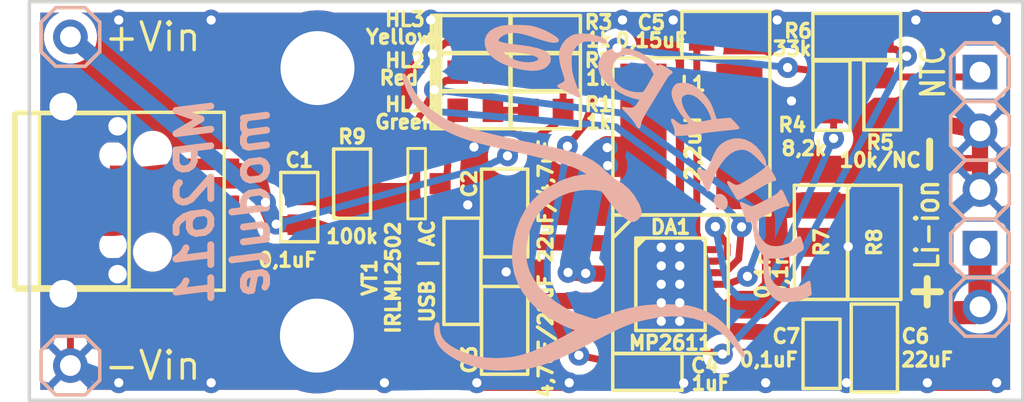
<source format=kicad_pcb>
(kicad_pcb (version 20221018) (generator pcbnew)
  (layers (0 "F.Cu" signal) (31 "B.Cu" signal) (36 "B.SilkS" user "B.Silkscreen") (37 "F.SilkS" user "F.Silkscreen") (38 "B.Mask" user) (39 "F.Mask" user) (44 "Edge.Cuts" user))
  (net 0 "")
  (net 1 "GND")
  (net 2 "Net-(XS1-Pad2)")
  (net 3 "Net-(XS1-Pad3)")
  (net 4 "Net-(XS1-Pad4)")
  (net 5 "/USB_VCC")
  (net 6 "/Vfef")
  (net 7 "Net-(C5-Pad1)")
  (net 8 "/STAT1")
  (net 9 "/STAT2")
  (net 10 "/NTC")
  (net 11 "Net-(DA1-Pad7)")
  (net 12 "Net-(XS2-Pad2)")
  (net 13 "Net-(XS2-Pad3)")
  (net 14 "Net-(XS2-Pad4)")
  (net 15 "/ACin")
  (net 16 "/USBin")
  (net 17 "/LX2")
  (net 18 "/LX1")
  (net 19 "/Batt")
  (net 20 "Net-(HL1-PadC)")
  (net 21 "Net-(HL2-PadA)")
  (net 22 "Net-(HL1-PadA)")
  (net 23 "Net-(HL3-PadA)")
  (footprint "Connectors:USB-mini_B" (layer "F.Cu") (at 92.964 59.944)
    (fp_text reference "XS1" hide)
    (fp_text value "mini-USB" hide)
  )
  (footprint "Connectors:USB-micro_B+Hole" (layer "F.Cu") (at 89.1 59.9)
    (fp_text reference "XS2" hide)
    (fp_text value "mcro-USB" hide)
  )
  (footprint "Capacitors:CAP0603" (layer "F.Cu") (at 99.314 60.198 90)
    (fp_text reference "C1")
    (fp_text value "0,1uF")
  )
  (footprint "Capacitors:CAP0805" (layer "F.Cu") (at 108.204 65.532 -90)
    (fp_text reference "C3")
    (fp_text value "4,7uF/22uF")
  )
  (footprint "Capacitors:CAP0805" (layer "F.Cu") (at 117.778 52.7257)
    (fp_text reference "C5")
    (fp_text value "0,15uF")
  )
  (footprint "Capacitors:CAP0805" (layer "F.Cu") (at 124.206 66.294 -90)
    (fp_text reference "C6")
    (fp_text value "22uF")
  )
  (footprint "Capacitors:CAP0603" (layer "F.Cu") (at 121.92 66.548 -90)
    (fp_text reference "C7")
    (fp_text value "0,1uF")
  )
  (footprint "LEDs:LED0603" (layer "F.Cu") (at 106.934 54.356 180)
    (fp_text reference "HL2")
    (fp_text value "Red")
  )
  (footprint "Resistors:RES0603" (layer "F.Cu") (at 109.982 54.356 180)
    (fp_text reference "R2")
    (fp_text value "1k")
  )
  (footprint "Resistors:RES0603" (layer "F.Cu") (at 109.982 52.705 180)
    (fp_text reference "R3")
    (fp_text value "1k")
  )
  (footprint "Resistors:RES0805" (layer "F.Cu") (at 123.444 52.8133 180)
    (fp_text reference "R6")
    (fp_text value "33k")
  )
  (footprint "Resistors:RES1206" (layer "F.Cu") (at 121.891 61.722 -90)
    (fp_text reference "R7")
    (fp_text value "0,1r")
  )
  (footprint "Connectors:PLS-1Rnd" (layer "F.Cu") (at 89.408 52.832)
    (fp_text reference "XP1" hide)
    (fp_text value "+Vin")
  )
  (footprint "Connectors:PLS-1Rnd" (layer "F.Cu") (at 89.408 67.056)
    (fp_text reference "XP2" hide)
    (fp_text value "-Vin")
  )
  (footprint "Resistors:RES1206" (layer "F.Cu") (at 124.206 61.722 -90)
    (fp_text reference "R8")
    (fp_text value "0,1r")
  )
  (footprint "LEDs:LED0603" (layer "F.Cu") (at 106.934 52.705 180)
    (fp_text reference "HL3")
    (fp_text value "Yellow")
  )
  (footprint "Resistors:RES0603" (layer "F.Cu") (at 124.552 55.359 90)
    (fp_text reference "R5")
    (fp_text value "10k/NC")
  )
  (footprint "Resistors:RES0603" (layer "F.Cu") (at 122.35 55.372 -90)
    (fp_text reference "R4")
    (fp_text value "8,2k")
  )
  (footprint "Capacitors:CAP0603" (layer "F.Cu") (at 114.3812 67.3299)
    (fp_text reference "C4")
    (fp_text value "1uF")
  )
  (footprint "LEDs:LED0603" (layer "F.Cu") (at 106.934 56.007 180)
    (fp_text reference "HL1")
    (fp_text value "Green")
  )
  (footprint "Resistors:RES0603" (layer "F.Cu") (at 109.982 56.007)
    (fp_text reference "R1")
    (fp_text value "1k")
  )
  (footprint "PCB_details:FuseSolder_x2_0603" (layer "F.Cu") (at 106.374 62.9748 -90)
    (fp_text reference "fuse1" hide)
    (fp_text value "USB | AC")
  )
  (footprint "Resistors:RES0603" (layer "F.Cu") (at 101.6 59.182 -90)
    (fp_text reference "R9")
    (fp_text value "100k")
  )
  (footprint "SOT:SOT23-3" (layer "F.Cu") (at 104.394 59.182 90)
    (fp_text reference "VT1")
    (fp_text value "IRLML2502")
  )
  (footprint "Connectors:PLS-2" (layer "F.Cu") (at 128.778 54.356 -90)
    (fp_text reference "XP3" hide)
    (fp_text value "NTC")
  )
  (footprint "Connectors:PLS-2" (layer "F.Cu") (at 128.778 61.976 90)
    (fp_text reference "GB1" hide)
    (fp_text value "Li-ion")
  )
  (footprint "Connectors:PLS-1Rnd" (layer "F.Cu") (at 128.778 64.516)
    (fp_text reference "XP4" hide)
    (fp_text value "Load" hide)
  )
  (footprint "PCB_details:Hole_for_M3_small" (layer "F.Cu") (at 100.076 65.7599)
    (fp_text reference "HOLE1" hide)
    (fp_text value "HOLE_METALLED" hide)
  )
  (footprint "PCB_details:Hole_for_M3_small" (layer "F.Cu") (at 100.102 54.1804)
    (fp_text reference "HOLE2" hide)
    (fp_text value "HOLE_METALLED" hide)
  )
  (footprint "Inductors:5D28" (layer "F.Cu") (at 116.2863 57.1378)
    (fp_text reference "L1")
    (fp_text value "2,2uH")
  )
  (footprint "QFN,_DFN,_LGA:DFN14_3x4" (layer "F.Cu") (at 115.3821 63.5381)
    (fp_text reference "DA1")
    (fp_text value "MP2611")
  )
  (footprint "Capacitors:CAP0805" (layer "F.Cu") (at 108.204 60.452 90)
    (fp_text reference "C2")
    (fp_text value "22uF/4,7uF")
  )
  (footprint "Graphics:Eldalim_17x15" (layer "B.Cu") (at 112.63 59.808)
    (fp_text reference "Label1" hide)
    (fp_text value "Eldalim" hide)
  )
  (gr_line (start 130.63 68.558) (end 87.63 68.558) (stroke (width 0.15)) (layer "Edge.Cuts"))
  (gr_line (start 130.63 68.558) (end 130.63 51.308) (stroke (width 0.15)) (layer "Edge.Cuts"))
  (gr_line (start 87.63 68.558) (end 87.63 51.308) (stroke (width 0.15)) (layer "Edge.Cuts"))
  (gr_line (start 87.63 51.308) (end 130.63 51.308) (stroke (width 0.15)) (layer "Edge.Cuts"))
  (gr_text "MP2611\nmodule" (at 96.012 59.944 90) (layer "B.SilkS") (effects (font (size 1.5 1.5) (thickness 0.3) italic) (justify mirror)))
  (gr_text "-" (at 126.492 57.912 90) (layer "F.SilkS") (effects (font (size 1.5 1.5) (thickness 0.3))))
  (gr_text "+" (at 126.492 63.754) (layer "F.SilkS") (effects (font (size 1.5 1.5) (thickness 0.3))))
  (segment (start 89.154 57.694) (end 89.154 57.544) (width 0.3) (layer "F.Cu") (net 1))
  (segment (start 99.7583 53.8121) (end 96.7761 54.644) (width 0.3) (layer "F.Cu") (net 1))
  (segment (start 96.7761 65.244) (end 96.714 65.244) (width 0.3) (layer "F.Cu") (net 1))
  (segment (start 99.7784 66.0811) (end 99.7531 66.1065) (width 0.7) (layer "F.Cu") (net 1))
  (segment (start 94.364 56.119) (end 95.464 55.494) (width 0.3) (layer "F.Cu") (net 1))
  (segment (start 89.408 67.056) (end 89.408 65.394) (width 0.3) (layer "F.Cu") (net 1))
  (segment (start 119.378 52.8093) (end 119.785 52.8093) (width 0.7) (layer "F.Cu") (net 1))
  (segment (start 107.504 66.382) (end 107.359 66.382) (width 0.7) (layer "F.Cu") (net 1))
  (segment (start 99.7784 66.0811) (end 99.7077 66.0332) (width 0.3) (layer "F.Cu") (net 1))
  (segment (start 99.9661 66.1125) (end 99.7784 66.0811) (width 0.7) (layer "F.Cu") (net 1))
  (segment (start 99.7077 66.0332) (end 99.6459 65.9712) (width 0.3) (layer "F.Cu") (net 1))
  (segment (start 115.7684 64.0442) (end 115.7821 63.5381) (width 0.3) (layer "F.Cu") (net 1))
  (segment (start 89.408 65.244) (end 89.964 64.394) (width 0.3) (layer "F.Cu") (net 1))
  (segment (start 89.154 60.594) (end 89.154 60.444) (width 0.3) (layer "F.Cu") (net 1))
  (segment (start 116.9821 64.0381) (end 115.7684 64.0442) (width 0.3) (layer "F.Cu") (net 1))
  (segment (start 122.8977 58.324) (end 121.9863 58.324) (width 0.7) (layer "F.Cu") (net 1))
  (segment (start 125.052 56.209) (end 125.197 56.209) (width 0.7) (layer "F.Cu") (net 1))
  (segment (start 92.054 63.769) (end 91.504 63.144) (width 0.3) (layer "F.Cu") (net 1))
  (segment (start 99.9661 66.1125) (end 103 67.8) (width 0.7) (layer "F.Cu") (net 1))
  (segment (start 102.9208 60.0015) (end 103.0708 60.0015) (width 0.3) (layer "F.Cu") (net 1))
  (segment (start 100.0967 53.7033) (end 100 53.8) (width 0.7) (layer "F.Cu") (net 1))
  (segment (start 121.92 67.31) (end 122.078 67.25) (width 0.7) (layer "F.Cu") (net 1))
  (segment (start 99.9389 54.248) (end 99.9389 54.1128) (width 0.3) (layer "F.Cu") (net 1))
  (segment (start 114.9821 64.3381) (end 114.9624 64.242) (width 0.3) (layer "F.Cu") (net 1))
  (segment (start 122.194 52.8093) (end 122.394 52.8133) (width 0.7) (layer "F.Cu") (net 1))
  (segment (start 101.25 59.684) (end 101.6 59.932) (width 0.3) (layer "F.Cu") (net 1))
  (segment (start 94.214 56.119) (end 94.364 56.119) (width 0.3) (layer "F.Cu") (net 1))
  (segment (start 107.654 58.7899) (end 106.876 57.5959) (width 0.3) (layer "F.Cu") (net 1))
  (segment (start 99.8337 53.8019) (end 99.7886 53.8121) (width 0.3) (layer "F.Cu") (net 1))
  (segment (start 124.056 67.344) (end 124.206 67.344) (width 0.7) (layer "F.Cu") (net 1))
  (segment (start 99.6439 66.2705) (end 95.5 67.8) (width 0.7) (layer "F.Cu") (net 1))
  (segment (start 89.154 59.294) (end 89.154 58.494) (width 0.3) (layer "F.Cu") (net 1))
  (segment (start 119.785 52.8093) (end 121.844 52.8093) (width 0.7) (layer "F.Cu") (net 1))
  (segment (start 100 53.8) (end 99.8646 53.7286) (width 0.7) (layer "F.Cu") (net 1))
  (segment (start 114.8689 62.7461) (end 114.9821 62.7381) (width 0.3) (layer "F.Cu") (net 1))
  (segment (start 89.154 58.494) (end 89.154 57.694) (width 0.3) (layer "F.Cu") (net 1))
  (segment (start 119.028 52.8093) (end 119.378 52.8093) (width 0.7) (layer "F.Cu") (net 1))
  (segment (start 95.464 63.394) (end 95.464 61.794) (width 0.3) (layer "F.Cu") (net 1))
  (segment (start 100.0344 54.0173) (end 100.176 53.8947) (width 0.3) (layer "F.Cu") (net 1))
  (segment (start 95.464 55.494) (end 95.714 55.494) (width 0.3) (layer "F.Cu") (net 1))
  (segment (start 101.6 59.932) (end 101.95 60.0015) (width 0.3) (layer "F.Cu") (net 1))
  (segment (start 115.1432 67.3299) (end 115.2377 67.4879) (width 0.7) (layer "F.Cu") (net 1))
  (segment (start 89.154 56.694) (end 89.154 55.894) (width 0.3) (layer "F.Cu") (net 1))
  (segment (start 123.506 67.25) (end 122.999 67.25) (width 0.7) (layer "F.Cu") (net 1))
  (segment (start 99.672 59.684) (end 99.822 59.684) (width 0.3) (layer "F.Cu") (net 1))
  (segment (start 99.5327 65.8904) (end 99.5327 65.9798) (width 0.3) (layer "F.Cu") (net 1))
  (segment (start 94.214 63.769) (end 92.204 63.769) (width 0.3) (layer "F.Cu") (net 1))
  (segment (start 99.8133 53.8717) (end 99.9389 54.248) (width 0.3) (layer "F.Cu") (net 1))
  (segment (start 89.154 59.444) (end 89.154 59.294) (width 0.3) (layer "F.Cu") (net 1))
  (segment (start 115.5877 67.4879) (end 115.7327 67.4879) (width 0.7) (layer "F.Cu") (net 1))
  (segment (start 89.154 61.394) (end 89.954 61.294) (width 0.3) (layer "F.Cu") (net 1))
  (segment (start 99.7793 53.7221) (end 99.8733 53.6452) (width 0.3) (layer "F.Cu") (net 1))
  (segment (start 92.204 56.119) (end 94.214 56.119) (width 0.3) (layer "F.Cu") (net 1))
  (segment (start 91.319 61.294) (end 91.844 61.244) (width 0.3) (layer "F.Cu") (net 1))
  (segment (start 121.844 52.8093) (end 122.194 52.8093) (width 0.7) (layer "F.Cu") (net 1))
  (segment (start 99.5327 65.8904) (end 96.7761 65.244) (width 0.3) (layer "F.Cu") (net 1))
  (segment (start 99.7302 66.1842) (end 99.6439 66.2705) (width 0.7) (layer "F.Cu") (net 1))
  (segment (start 92.054 56.119) (end 92.204 56.119) (width 0.3) (layer "F.Cu") (net 1))
  (segment (start 114.9624 64.242) (end 114.9447 64.0176) (width 0.3) (layer "F.Cu") (net 1))
  (segment (start 89.154 56.844) (end 89.154 56.694) (width 0.3) (layer "F.Cu") (net 1))
  (segment (start 121.9863 58.324) (end 121.3419 57.6796) (width 0.7) (layer "F.Cu") (net 1))
  (segment (start 89.154 63.994) (end 89.154 63.194) (width 0.3) (layer "F.Cu") (net 1))
  (segment (start 89.154 62.344) (end 89.154 62.194) (width 0.3) (layer "F.Cu") (net 1))
  (segment (start 107.654 59.002) (end 107.654 58.852) (width 0.3) (layer "F.Cu") (net 1))
  (segment (start 99.7531 66.1065) (end 99.7302 66.1842) (width 0.7) (layer "F.Cu") (net 1))
  (segment (start 107.854 66.382) (end 107.504 66.382) (width 0.7) (layer "F.Cu") (net 1))
  (segment (start 108.204 66.582) (end 107.854 66.382) (width 0.7) (layer "F.Cu") (net 1))
  (segment (start 122.428 67.25) (end 122.999 67.25) (width 0.7) (layer "F.Cu") (net 1))
  (segment (start 89.154 60.444) (end 89.154 59.444) (width 0.3) (layer "F.Cu") (net 1))
  (segment (start 95.464 64.394) (end 95.464 63.544) (width 0.3) (layer "F.Cu") (net 1))
  (segment (start 107 67.8) (end 111 67.8) (width 0.7) (layer "F.Cu") (net 1))
  (segment (start 89.154 63.044) (end 89.154 62.344) (width 0.3) (layer "F.Cu") (net 1))
  (segment (start 119.785 52.8093) (end 120 52.1) (width 0.7) (layer "F.Cu") (net 1))
  (segment (start 96.564 65.244) (end 95.464 64.394) (width 0.3) (layer "F.Cu") (net 1))
  (segment (start 99.7793 53.7221) (end 95.5 52.1) (width 0.7) (layer "F.Cu") (net 1))
  (segment (start 101.95 60.0015) (end 102.1 60.0015) (width 0.3) (layer "F.Cu") (net 1))
  (segment (start 128.3058 58.2961) (end 122.8977 58.324) (width 0.7) (layer "F.Cu") (net 1))
  (segment (start 115.7327 67.4879) (end 115.9377 67.6929) (width 0.7) (layer "F.Cu") (net 1))
  (segment (start 128.778 56.896) (end 128.778 58.2961) (width 0.7) (layer "F.Cu") (net 1))
  (segment (start 108.204 59.402) (end 107.654 59.002) (width 0.3) (layer "F.Cu") (net 1))
  (segment (start 89.408 65.394) (end 89.408 65.244) (width 0.3) (layer "F.Cu") (net 1))
  (segment (start 99.314 59.436) (end 99.672 59.1415) (width 0.3) (layer "F.Cu") (net 1))
  (segment (start 126.5 67.8) (end 129.5 67.8) (width 0.7) (layer "F.Cu") (net 1))
  (segment (start 96.714 65.244) (end 96.564 65.244) (width 0.3) (layer "F.Cu") (net 1))
  (segment (start 89.154 62.194) (end 89.154 61.394) (width 0.3) (layer "F.Cu") (net 1))
  (segment (start 107.654 58.852) (end 107.654 58.7899) (width 0.3) (layer "F.Cu") (net 1))
  (segment (start 95.464 61.794) (end 95.464 61.644) (width 0.3) (layer "F.Cu") (net 1))
  (segment (start 92.204 63.769) (end 92.054 63.769) (width 0.3) (layer "F.Cu") (net 1))
  (segment (start 99.822 59.684) (end 101.1 59.684) (width 0.3) (layer "F.Cu") (net 1))
  (segment (start 123.856 67.25) (end 123.506 67.25) (width 0.7) (layer "F.Cu") (net 1))
  (segment (start 128.778 59.436) (end 128.778 58.2961) (width 0.7) (layer "F.Cu") (net 1))
  (segment (start 99.6459 65.9712) (end 99.5327 65.8904) (width 0.3) (layer "F.Cu") (net 1))
  (segment (start 99.9389 54.1128) (end 100.0344 54.0173) (width 0.3) (layer "F.Cu") (net 1))
  (segment (start 114.989 62.5208) (end 113.7821 62.5381) (width 0.3) (layer "F.Cu") (net 1))
  (segment (start 99.5327 65.8904) (end 99.7707 65.8812) (width 0.3) (layer "F.Cu") (net 1))
  (segment (start 122.078 67.25) (end 122.428 67.25) (width 0.7) (layer "F.Cu") (net 1))
  (segment (start 99.7886 53.8121) (end 99.8554 53.8543) (width 0.3) (layer "F.Cu") (net 1))
  (segment (start 95.464 63.544) (end 95.464 63.394) (width 0.3) (layer "F.Cu") (net 1))
  (segment (start 107.359 66.382) (end 99.9661 66.1125) (width 0.7) (layer "F.Cu") (net 1))
  (segment (start 89.154 61.394) (end 89.154 60.594) (width 0.3) (layer "F.Cu") (net 1))
  (segment (start 99.895 53.8019) (end 99.8337 53.8019) (width 0.3) (layer "F.Cu") (net 1))
  (segment (start 124.702 56.209) (end 125.052 56.209) (width 0.7) (layer "F.Cu") (net 1))
  (segment (start 124.552 56.109) (end 124.702 56.209) (width 0.7) (layer "F.Cu") (net 1))
  (segment (start 101.1 59.684) (end 101.25 59.684) (width 0.3) (layer "F.Cu") (net 1))
  (segment (start 99.8646 53.7286) (end 99.7793 53.7221) (width 0.7) (layer "F.Cu") (net 1))
  (segment (start 91.504 56.744) (end 92.054 56.119) (width 0.3) (layer "F.Cu") (net 1))
  (segment (start 122.999 67.25) (end 123 67.8) (width 0.7) (layer "F.Cu") (net 1))
  (segment (start 123.87 67.5052) (end 124.056 67.344) (width 0.7) (layer "F.Cu") (net 1))
  (segment (start 103.0708 60.0015) (end 103.378 60.071) (width 0.3) (layer "F.Cu") (net 1))
  (segment (start 125.197 56.209) (end 128.778 56.896) (width 0.7) (layer "F.Cu") (net 1))
  (segment (start 124.206 67.344) (end 123.856 67.25) (width 0.7) (layer "F.Cu") (net 1))
  (segment (start 114.9447 64.0176) (end 113.7821 64.0381) (width 0.3) (layer "F.Cu") (net 1))
  (segment (start 102.1 60.0015) (end 102.9208 60.0015) (width 0.3) (layer "F.Cu") (net 1))
  (segment (start 129.5 52.1) (end 126 52.1) (width 0.7) (layer "F.Cu") (net 1))
  (segment (start 95.464 64.394) (end 94.364 63.769) (width 0.3) (layer "F.Cu") (net 1))
  (segment (start 96.564 54.644) (end 95.464 55.494) (width 0.3) (layer "F.Cu") (net 1))
  (segment (start 118.828 52.7257) (end 119.028 52.8093) (width 0.7) (layer "F.Cu") (net 1))
  (segment (start 99.672 58.9915) (end 99.672 58.9294) (width 0.3) (layer "F.Cu") (net 1))
  (segment (start 121.3419 57.6796) (end 120.618 55.6034) (width 0.7) (layer "F.Cu") (net 1))
  (segment (start 115.7922 64.2303) (end 115.7805 64.2654) (width 0.3) (layer "F.Cu") (net 1))
  (segment (start 95.464 61.644) (end 95.464 61.544) (width 0.3) (layer "F.Cu") (net 1))
  (segment (start 89.154 63.194) (end 89.154 63.044) (width 0.3) (layer "F.Cu") (net 1))
  (segment (start 99.672 59.1415) (end 99.672 58.9915) (width 0.3) (layer "F.Cu") (net 1))
  (segment (start 96.714 54.644) (end 96.564 54.644) (width 0.3) (layer "F.Cu") (net 1))
  (segment (start 115.2377 67.4879) (end 115.5877 67.4879) (width 0.7) (layer "F.Cu") (net 1))
  (segment (start 89.954 61.294) (end 90.104 61.294) (width 0.3) (layer "F.Cu") (net 1))
  (segment (start 99.5327 65.9798) (end 99.5829 66.1232) (width 0.3) (layer "F.Cu") (net 1))
  (segment (start 94.364 63.769) (end 94.214 63.769) (width 0.3) (layer "F.Cu") (net 1))
  (segment (start 89.154 57.544) (end 89.154 56.844) (width 0.3) (layer "F.Cu") (net 1))
  (segment (start 114.9821 62.7381) (end 114.989 62.5208) (width 0.3) (layer "F.Cu") (net 1))
  (segment (start 90.104 61.294) (end 91.169 61.294) (width 0.3) (layer "F.Cu") (net 1))
  (segment (start 99.7784 66.0811) (end 99.8774 66.158) (width 0.3) (layer "F.Cu") (net 1))
  (segment (start 91.169 61.294) (end 91.319 61.294) (width 0.3) (layer "F.Cu") (net 1))
  (segment (start 95.714 55.494) (end 96.1494 55.2114) (width 0.3) (layer "F.Cu") (net 1))
  (segment (start 96.7761 54.644) (end 96.714 54.644) (width 0.3) (layer "F.Cu") (net 1))
  (segment (start 99.8646 53.7286) (end 99.7886 53.8121) (width 0.3) (layer "F.Cu") (net 1))
  (segment (start 100 53.8) (end 99.895 53.8019) (width 0.3) (layer "F.Cu") (net 1))
  (segment (start 105 52.1) (end 100.0967 53.7033) (width 0.7) (layer "F.Cu") (net 1))
  (segment (start 115.9377 67.6929) (end 115.9543 67.8135) (width 0.7) (layer "F.Cu") (net 1))
  (segment (start 99.672 58.9294) (end 99.9389 54.248) (width 0.3) (layer "F.Cu") (net 1))
  (segment (start 99.314 59.436) (end 99.672 59.684) (width 0.3) (layer "F.Cu") (net 1))
  (segment (start 128.778 58.2961) (end 128.3058 58.2961) (width 0.7) (layer "F.Cu") (net 1))
  (via (at 105 52.1) (size 0.9) (drill 0.4) (layers "F.Cu" "B.Cu") (net 1))
  (via (at 106.606 60.1) (size 0.9) (drill 0.4) (layers "F.Cu" "B.Cu") (net 1))
  (via (at 123.075 61.9037) (size 0.9) (drill 0.4) (layers "F.Cu" "B.Cu") (net 1))
  (via (at 95.5 52.1) (size 0.9) (drill 0.4) (layers "F.Cu" "B.Cu") (net 1))
  (via (at 95.5 67.8) (size 0.9) (drill 0.4) (layers "F.Cu" "B.Cu") (net 1))
  (via (at 126 52.1) (size 0.9) (drill 0.4) (layers "F.Cu" "B.Cu") (net 1))
  (via (at 91.5 52.1) (size 0.9) (drill 0.4) (layers "F.Cu" "B.Cu") (net 1))
  (via (at 120 52.1) (size 0.9) (drill 0.4) (layers "F.Cu" "B.Cu") (net 1))
  (via (at 129.5 52.1) (size 0.9) (drill 0.4) (layers "F.Cu" "B.Cu") (net 1))
  (via (at 119.5 67.8) (size 0.9) (drill 0.4) (layers "F.Cu" "B.Cu") (net 1))
  (via (at 115.9543 67.8135) (size 0.9) (drill 0.4) (layers "F.Cu" "B.Cu") (net 1))
  (via (at 91.5 67.8) (size 0.9) (drill 0.4) (layers "F.Cu" "B.Cu") (net 1))
  (via (at 123 67.8) (size 0.9) (drill 0.4) (layers "F.Cu" "B.Cu") (net 1))
  (via (at 113.3052 52.1) (size 0.9) (drill 0.4) (layers "F.Cu" "B.Cu") (net 1))
  (via (at 115.5 52.1) (size 0.9) (drill 0.4) (layers "F.Cu" "B.Cu") (net 1))
  (via (at 107 67.8) (size 0.9) (drill 0.4) (layers "F.Cu" "B.Cu") (net 1))
  (via (at 129.5 67.8) (size 0.9) (drill 0.4) (layers "F.Cu" "B.Cu") (net 1))
  (via (at 103 67.8) (size 0.9) (drill 0.4) (layers "F.Cu" "B.Cu") (net 1))
  (via (at 111 67.8) (size 0.9) (drill 0.4) (layers "F.Cu" "B.Cu") (net 1))
  (via (at 126.5 67.8) (size 0.9) (drill 0.4) (layers "F.Cu" "B.Cu") (net 1))
  (via (at 108.27 63.0012) (size 0.9) (drill 0.4) (layers "F.Cu" "B.Cu") (net 1))
  (via (at 120.618 55.6034) (size 0.9) (drill 0.4) (layers "F.Cu" "B.Cu") (net 1))
  (via (at 106.876 57.5959) (size 0.9) (drill 0.4) (layers "F.Cu" "B.Cu") (net 1))
  (segment (start 127.3779 55.3753) (end 127.3779 54.8367) (width 0.7) (layer "B.Cu") (net 1))
  (segment (start 125.875 61.9411) (end 123.075 61.9037) (width 0.7) (layer "B.Cu") (net 1))
  (segment (start 95.5 52.1) (end 91.5 52.1) (width 0.7) (layer "B.Cu") (net 1))
  (segment (start 115.9543 67.8135) (end 119.5 67.8) (width 0.7) (layer "B.Cu") (net 1))
  (segment (start 108.27 63.0012) (end 106.606 60.1) (width 0.7) (layer "B.Cu") (net 1))
  (segment (start 111 67.8) (end 115.9543 67.8135) (width 0.7) (layer "B.Cu") (net 1))
  (segment (start 123 67.8) (end 126.5 67.8) (width 0.7) (layer "B.Cu") (net 1))
  (segment (start 103 67.8) (end 105.825 67.7477) (width 0.7) (layer "B.Cu") (net 1))
  (segment (start 126 52.1) (end 120 52.1) (width 0.7) (layer "B.Cu") (net 1))
  (segment (start 105.8999 67.3443) (end 108.27 63.0012) (width 0.7) (layer "B.Cu") (net 1))
  (segment (start 127.7587 52.9559) (end 129.5 52.1) (width 0.7) (layer "B.Cu") (net 1))
  (segment (start 125.875 61.9411) (end 119.732 67.568) (width 0.7) (layer "B.Cu") (net 1))
  (segment (start 100.2596 53.8) (end 100 53.8) (width 0.3) (layer "B.Cu") (net 1))
  (segment (start 91.5 67.8) (end 95.5 67.8) (width 0.7) (layer "B.Cu") (net 1))
  (segment (start 119.732 67.568) (end 119.5 67.8) (width 0.7) (layer "B.Cu") (net 1))
  (segment (start 127.3779 53.3367) (end 127.7587 52.9559) (width 0.7) (layer "B.Cu") (net 1))
  (segment (start 105.825 67.7477) (end 105.8999 67.3443) (width 0.7) (layer "B.Cu") (net 1))
  (segment (start 114.9821 65.1381) (end 114.9321 65.1881) (width 0.7) (layer "B.Cu") (net 1))
  (segment (start 120 52.1) (end 115.5 52.1) (width 0.7) (layer "B.Cu") (net 1))
  (segment (start 113.3052 52.1) (end 105 52.1) (width 0.7) (layer "B.Cu") (net 1))
  (segment (start 128.778 56.896) (end 127.3779 55.3753) (width 0.7) (layer "B.Cu") (net 1))
  (segment (start 127.3779 54.8367) (end 127.3779 53.3367) (width 0.7) (layer "B.Cu") (net 1))
  (segment (start 114.9321 65.5381) (end 114.9321 65.7351) (width 0.7) (layer "B.Cu") (net 1))
  (segment (start 89.408 67.056) (end 91.5 67.8) (width 0.7) (layer "B.Cu") (net 1))
  (segment (start 105.825 67.7477) (end 107 67.8) (width 0.7) (layer "B.Cu") (net 1))
  (segment (start 115.5 52.1) (end 113.3052 52.1) (width 0.7) (layer "B.Cu") (net 1))
  (segment (start 119.5 67.8) (end 123 67.8) (width 0.7) (layer "B.Cu") (net 1))
  (segment (start 114.9321 65.1881) (end 114.9321 65.5381) (width 0.7) (layer "B.Cu") (net 1))
  (segment (start 128.778 59.436) (end 125.875 61.9411) (width 0.7) (layer "B.Cu") (net 1))
  (segment (start 114.9321 65.7351) (end 115.9543 67.8135) (width 0.7) (layer "B.Cu") (net 1))
  (segment (start 104.505 56.5828) (end 100.2596 53.8) (width 0.3) (layer "B.Cu") (net 1))
  (segment (start 106.876 57.5959) (end 104.505 56.5828) (width 0.3) (layer "B.Cu") (net 1))
  (segment (start 110.732 54.006) (end 110.732 53.856) (width 0.3) (layer "F.Cu") (net 5))
  (segment (start 97.8502 59.99) (end 97.8304 60.0197) (width 0.7) (layer "F.Cu") (net 5))
  (segment (start 91.844 58.644) (end 92.369 58.594) (width 0.3) (layer "F.Cu") (net 5))
  (segment (start 110.432 56.5691) (end 110.432 56.507) (width 0.3) (layer "F.Cu") (net 5))
  (segment (start 99.822 61.0545) (end 99.967 61.0545) (width 0.7) (layer "F.Cu") (net 5))
  (segment (start 97.3864 58.6341) (end 97.4495 58.6595) (width 0.3) (layer "F.Cu") (net 5))
  (segment (start 99.472 61.0545) (end 99.822 61.0545) (width 0.7) (layer "F.Cu") (net 5))
  (segment (start 99.967 61.0545) (end 105.679 62.9748) (width 0.7) (layer "F.Cu") (net 5))
  (segment (start 98.1623 60.7821) (end 98.3164 60.9363) (width 0.7) (layer "F.Cu") (net 5))
  (segment (start 97.0791 58.6044) (end 97.282 58.8073) (width 0.3) (layer "F.Cu") (net 5))
  (segment (start 105.824 62.9748) (end 106.174 62.9748) (width 0.7) (layer "F.Cu") (net 5))
  (segment (start 97.8304 60.0197) (end 98.1623 60.7821) (width 0.7) (layer "F.Cu") (net 5))
  (segment (start 96.714 58.444) (end 96.7761 58.444) (width 0.3) (layer "F.Cu") (net 5))
  (segment (start 92.519 58.594) (end 92.5811 58.594) (width 0.3) (layer "F.Cu") (net 5))
  (segment (start 110.732 54.356) (end 110.732 54.006) (width 0.3) (layer "F.Cu") (net 5))
  (segment (start 96.7761 58.444) (end 96.9923 58.5132) (width 0.3) (layer "F.Cu") (net 5))
  (segment (start 110.732 54.356) (end 110.732 54.706) (width 0.3) (layer "F.Cu") (net 5))
  (segment (start 97.0788 58.5132) (end 97.3538 58.6341) (width 0.3) (layer "F.Cu") (net 5))
  (segment (start 97.8304 60.0197) (end 97.8152 60.0045) (width 0.7) (layer "F.Cu") (net 5))
  (segment (start 94.364 58.4439) (end 95.464 58.344) (width 0.3) (layer "F.Cu") (net 5))
  (segment (start 96.9923 58.5132) (end 97.0788 58.5132) (width 0.3) (layer "F.Cu") (net 5))
  (segment (start 110.732 53.856) (end 110.732 53.205) (width 0.3) (layer "F.Cu") (net 5))
  (segment (start 95.464 58.344) (end 96.564 58.444) (width 0.3) (layer "F.Cu") (net 5))
  (segment (start 97.8152 60.0045) (end 97.5145 58.7245) (width 0.7) (layer "F.Cu") (net 5))
  (segment (start 110.432 56.357) (end 110.732 56.007) (width 0.3) (layer "F.Cu") (net 5))
  (segment (start 110.732 54.706) (end 110.732 54.856) (width 0.3) (layer "F.Cu") (net 5))
  (segment (start 110.732 53.205) (end 110.732 53.055) (width 0.3) (layer "F.Cu") (net 5))
  (segment (start 99.314 60.96) (end 99.472 61.0545) (width 0.7) (layer "F.Cu") (net 5))
  (segment (start 98.806 60.9363) (end 99.156 60.9363) (width 0.7) (layer "F.Cu") (net 5))
  (segment (start 97.5145 58.7245) (end 97.4495 58.6595) (width 0.7) (layer "F.Cu") (net 5))
  (segment (start 108.328 57.9786) (end 110.3441 56.657) (width 0.3) (layer "F.Cu") (net 5))
  (segment (start 92.5811 58.594) (end 94.0276 58.4439) (width 0.3) (layer "F.Cu") (net 5))
  (segment (start 105.679 62.9748) (end 105.824 62.9748) (width 0.7) (layer "F.Cu") (net 5))
  (segment (start 110.3441 56.657) (end 110.432 56.5691) (width 0.3) (layer "F.Cu") (net 5))
  (segment (start 97.3538 58.6341) (end 97.3864 58.6341) (width 0.3) (layer "F.Cu") (net 5))
  (segment (start 110.432 56.507) (end 110.432 56.357) (width 0.3) (layer "F.Cu") (net 5))
  (segment (start 96.564 58.444) (end 96.714 58.444) (width 0.3) (layer "F.Cu") (net 5))
  (segment (start 106.174 62.9748) (end 106.374 62.9748) (width 0.7) (layer "F.Cu") (net 5))
  (segment (start 98.3164 60.9363) (end 98.806 60.9363) (width 0.7) (layer "F.Cu") (net 5))
  (segment (start 96.9923 58.5132) (end 97.0791 58.6044) (width 0.3) (layer "F.Cu") (net 5))
  (segment (start 92.369 58.594) (end 92.519 58.594) (width 0.3) (layer "F.Cu") (net 5))
  (segment (start 94.214 58.4439) (end 94.364 58.4439) (width 0.3) (layer "F.Cu") (net 5))
  (segment (start 110.732 55.507) (end 110.732 55.657) (width 0.3) (layer "F.Cu") (net 5))
  (segment (start 94.0276 58.4439) (end 94.214 58.4439) (width 0.3) (layer "F.Cu") (net 5))
  (segment (start 110.732 53.055) (end 110.732 52.705) (width 0.3) (layer "F.Cu") (net 5))
  (segment (start 97.282 58.8073) (end 97.3147 58.8073) (width 0.3) (layer "F.Cu") (net 5))
  (segment (start 110.732 55.657) (end 110.732 56.007) (width 0.3) (layer "F.Cu") (net 5))
  (segment (start 99.156 60.9363) (end 99.314 60.96) (width 0.7) (layer "F.Cu") (net 5))
  (segment (start 97.1712 58.4609) (end 96.9923 58.5132) (width 0.3) (layer "F.Cu") (net 5))
  (segment (start 110.732 54.856) (end 110.732 55.507) (width 0.3) (layer "F.Cu") (net 5))
  (segment (start 97.4255 58.4609) (end 97.1712 58.4609) (width 0.3) (layer "F.Cu") (net 5))
  (via (at 98.3164 60.9363) (size 0.9) (drill 0.4) (layers "F.Cu" "B.Cu") (net 5))
  (via (at 108.328 57.9786) (size 0.9) (drill 0.4) (layers "F.Cu" "B.Cu") (net 5))
  (via (at 97.8502 59.99) (size 0.9) (drill 0.4) (layers "F.Cu" "B.Cu") (net 5))
  (segment (start 108.328 57.9786) (end 107.2488 58.496) (width 0.3) (layer "B.Cu") (net 5))
  (segment (start 97.8502 59.99) (end 98.3164 60.9363) (width 0.7) (layer "B.Cu") (net 5))
  (segment (start 107.2488 58.496) (end 98.3164 60.9363) (width 0.3) (layer "B.Cu") (net 5))
  (segment (start 89.408 52.832) (end 97.8502 59.99) (width 0.7) (layer "B.Cu") (net 5))
  (segment (start 120.451 54.1583) (end 121.7879 54.322) (width 0.3) (layer "F.Cu") (net 6))
  (segment (start 113.1747 66.9719) (end 113.3247 66.9719) (width 0.3) (layer "F.Cu") (net 6))
  (segment (start 112.7612 53.8014) (end 111.6321 56.6934) (width 0.3) (layer "F.Cu") (net 6))
  (segment (start 113.3247 66.7598) (end 112.9071 65.2452) (width 0.3) (layer "F.Cu") (net 6))
  (segment (start 113.4071 64.5381) (end 113.7821 64.5381) (width 0.3) (layer "F.Cu") (net 6))
  (segment (start 113.3247 66.8219) (end 113.3247 66.7598) (width 0.3) (layer "F.Cu") (net 6))
  (segment (start 111.416 66.6092) (end 113.1126 66.9719) (width 0.3) (layer "F.Cu") (net 6))
  (segment (start 121.85 54.322) (end 122 54.322) (width 0.3) (layer "F.Cu") (net 6))
  (segment (start 112.9071 65.2452) (end 112.9071 64.831) (width 0.3) (layer "F.Cu") (net 6))
  (segment (start 113.3247 66.9719) (end 113.3247 66.8219) (width 0.3) (layer "F.Cu") (net 6))
  (segment (start 113.6192 67.3299) (end 113.3247 66.9719) (width 0.3) (layer "F.Cu") (net 6))
  (segment (start 113.2 64.5381) (end 113.4071 64.5381) (width 0.3) (layer "F.Cu") (net 6))
  (segment (start 122 54.322) (end 122.35 54.622) (width 0.3) (layer "F.Cu") (net 6))
  (segment (start 113.0707 53.3126) (end 112.7612 53.8014) (width 0.3) (layer "F.Cu") (net 6))
  (segment (start 111.6321 56.6934) (end 110.92 57.5641) (width 0.3) (layer "F.Cu") (net 6))
  (segment (start 113.3247 66.9719) (end 113.6192 67.3299) (width 0.3) (layer "F.Cu") (net 6))
  (segment (start 112.9071 64.831) (end 113.2 64.5381) (width 0.3) (layer "F.Cu") (net 6))
  (segment (start 113.1126 66.9719) (end 113.1747 66.9719) (width 0.3) (layer "F.Cu") (net 6))
  (segment (start 121.7879 54.322) (end 121.85 54.322) (width 0.3) (layer "F.Cu") (net 6))
  (via (at 110.92 57.5641) (size 0.9) (drill 0.4) (layers "F.Cu" "B.Cu") (net 6))
  (via (at 111.416 66.6092) (size 0.9) (drill 0.4) (layers "F.Cu" "B.Cu") (net 6))
  (via (at 113.0707 53.3126) (size 0.9) (drill 0.4) (layers "F.Cu" "B.Cu") (net 6))
  (via (at 120.451 54.1583) (size 0.9) (drill 0.4) (layers "F.Cu" "B.Cu") (net 6))
  (segment (start 113.0707 53.3126) (end 120.451 54.1583) (width 0.3) (layer "B.Cu") (net 6))
  (segment (start 110.0479 63.3983) (end 111.416 66.6092) (width 0.3) (layer "B.Cu") (net 6))
  (segment (start 110.0479 62.6527) (end 110.0479 63.3983) (width 0.3) (layer "B.Cu") (net 6))
  (segment (start 110.92 57.5641) (end 110.0479 62.6527) (width 0.3) (layer "B.Cu") (net 6))
  (segment (start 116.52 53.2757) (end 116.728 52.7257) (width 0.3) (layer "F.Cu") (net 7))
  (segment (start 116.9821 62.0381) (end 116.6071 62.0381) (width 0.3) (layer "F.Cu") (net 7))
  (segment (start 116.52 61.3773) (end 116.52 53.4257) (width 0.3) (layer "F.Cu") (net 7))
  (segment (start 116.52 53.4257) (end 116.52 53.2757) (width 0.3) (layer "F.Cu") (net 7))
  (segment (start 116.6071 62.0381) (end 116.5528 61.4102) (width 0.3) (layer "F.Cu") (net 7))
  (segment (start 116.5348 61.392) (end 116.52 61.3773) (width 0.3) (layer "F.Cu") (net 7))
  (segment (start 116.5528 61.4102) (end 116.5348 61.392) (width 0.3) (layer "F.Cu") (net 7))
  (segment (start 118.0291 63.4675) (end 118.007 63.4896) (width 0.3) (layer "F.Cu") (net 8))
  (segment (start 101.95 58.3625) (end 102.1 58.3625) (width 0.3) (layer "F.Cu") (net 8))
  (segment (start 103.6852 57.8358) (end 103.6852 57.7737) (width 0.3) (layer "F.Cu") (net 8))
  (segment (start 103.6852 57.9858) (end 103.6852 57.8358) (width 0.3) (layer "F.Cu") (net 8))
  (segment (start 103.378 58.293) (end 103.6852 57.9858) (width 0.3) (layer "F.Cu") (net 8))
  (segment (start 117.3571 63.5381) (end 116.9821 63.5381) (width 0.3) (layer "F.Cu") (net 8))
  (segment (start 102.9208 58.3625) (end 103.0708 58.3625) (width 0.3) (layer "F.Cu") (net 8))
  (segment (start 101.6 58.432) (end 101.95 58.3625) (width 0.3) (layer "F.Cu") (net 8))
  (segment (start 102.1 58.3625) (end 102.9208 58.3625) (width 0.3) (layer "F.Cu") (net 8))
  (segment (start 117.9239 63.524) (end 117.7713 63.5381) (width 0.3) (layer "F.Cu") (net 8))
  (segment (start 105.7275 54.714) (end 105.8775 54.714) (width 0.3) (layer "F.Cu") (net 8))
  (segment (start 105.6654 54.714) (end 105.7275 54.714) (width 0.3) (layer "F.Cu") (net 8))
  (segment (start 118.007 63.4896) (end 117.9239 63.524) (width 0.3) (layer "F.Cu") (net 8))
  (segment (start 103.0708 58.3625) (end 103.378 58.293) (width 0.3) (layer "F.Cu") (net 8))
  (segment (start 117.7713 63.5381) (end 117.3571 63.5381) (width 0.3) (layer "F.Cu") (net 8))
  (segment (start 103.6852 57.7737) (end 105.163 55.1192) (width 0.3) (layer "F.Cu") (net 8))
  (segment (start 105.8775 54.714) (end 106.172 54.356) (width 0.3) (layer "F.Cu") (net 8))
  (segment (start 118.7125 63.1954) (end 118.0291 63.4675) (width 0.3) (layer "F.Cu") (net 8))
  (segment (start 105.163 55.1192) (end 105.6654 54.714) (width 0.3) (layer "F.Cu") (net 8))
  (via (at 118.7125 63.1954) (size 0.9) (drill 0.4) (layers "F.Cu" "B.Cu") (net 8))
  (via (at 105.163 55.1192) (size 0.9) (drill 0.4) (layers "F.Cu" "B.Cu") (net 8))
  (segment (start 118.7125 63.1954) (end 119.3578 61.4261) (width 0.3) (layer "B.Cu") (net 8))
  (segment (start 119.3578 61.4261) (end 119.3578 60.6805) (width 0.3) (layer "B.Cu") (net 8))
  (segment (start 118.8305 60.1532) (end 113.3 56.1573) (width 0.3) (layer "B.Cu") (net 8))
  (segment (start 119.3578 60.6805) (end 118.8305 60.1532) (width 0.3) (layer "B.Cu") (net 8))
  (segment (start 113.3 56.1573) (end 113.2117 56.1207) (width 0.3) (layer "B.Cu") (net 8))
  (segment (start 113.2117 56.1207) (end 105.163 55.1192) (width 0.3) (layer "B.Cu") (net 8))
  (segment (start 105.078 53.5807) (end 105.6654 53.063) (width 0.3) (layer "F.Cu") (net 9))
  (segment (start 117.5642 63.0381) (end 117.3571 63.0381) (width 0.3) (layer "F.Cu") (net 9))
  (segment (start 118.3332 62.4424) (end 117.7614 63.0142) (width 0.3) (layer "F.Cu") (net 9))
  (segment (start 105.8775 53.063) (end 106.172 52.705) (width 0.3) (layer "F.Cu") (net 9))
  (segment (start 105.6654 53.063) (end 105.7275 53.063) (width 0.3) (layer "F.Cu") (net 9))
  (segment (start 117.3571 63.0381) (end 116.9821 63.0381) (width 0.3) (layer "F.Cu") (net 9))
  (segment (start 118.4577 61.0533) (end 118.3332 62.4424) (width 0.3) (layer "F.Cu") (net 9))
  (segment (start 105.7275 53.063) (end 105.8775 53.063) (width 0.3) (layer "F.Cu") (net 9))
  (segment (start 117.7614 63.0142) (end 117.5642 63.0381) (width 0.3) (layer "F.Cu") (net 9))
  (via (at 118.4577 61.0533) (size 0.9) (drill 0.4) (layers "F.Cu" "B.Cu") (net 9))
  (via (at 105.078 53.5807) (size 0.9) (drill 0.4) (layers "F.Cu" "B.Cu") (net 9))
  (segment (start 104.2629 55.492) (end 104.2629 54.7464) (width 0.3) (layer "B.Cu") (net 9))
  (segment (start 104.2629 54.7464) (end 105.078 53.5807) (width 0.3) (layer "B.Cu") (net 9))
  (segment (start 118.2228 60.672) (end 117.6955 60.1447) (width 0.3) (layer "B.Cu") (net 9))
  (segment (start 113.0148 56.7208) (end 104.7902 56.0193) (width 0.3) (layer "B.Cu") (net 9))
  (segment (start 117.6955 60.1447) (end 113.0148 56.7208) (width 0.3) (layer "B.Cu") (net 9))
  (segment (start 104.7902 56.0193) (end 104.2629 55.492) (width 0.3) (layer "B.Cu") (net 9))
  (segment (start 118.4577 61.0533) (end 118.2228 60.672) (width 0.3) (layer "B.Cu") (net 9))
  (segment (start 117.8327 62.2351) (end 117.5541 62.5137) (width 0.3) (layer "F.Cu") (net 10))
  (segment (start 122.442 56.572) (end 122.442 56.422) (width 0.3) (layer "F.Cu") (net 10))
  (segment (start 124.052 54.909) (end 124.202 54.909) (width 0.3) (layer "F.Cu") (net 10))
  (segment (start 117.5579 61.426) (end 117.8327 61.8411) (width 0.3) (layer "F.Cu") (net 10))
  (segment (start 122.7 55.822) (end 122.85 55.822) (width 0.3) (layer "F.Cu") (net 10))
  (segment (start 122.9121 55.822) (end 123.9899 54.909) (width 0.3) (layer "F.Cu") (net 10))
  (segment (start 128.178 54.5648) (end 128.778 54.356) (width 0.3) (layer "F.Cu") (net 10))
  (segment (start 117.3571 62.5381) (end 116.9821 62.5381) (width 0.3) (layer "F.Cu") (net 10))
  (segment (start 128.028 54.5648) (end 128.178 54.5648) (width 0.3) (layer "F.Cu") (net 10))
  (segment (start 122.442 57.2239) (end 122.442 56.572) (width 0.3) (layer "F.Cu") (net 10))
  (segment (start 122.35 56.122) (end 122.7 55.822) (width 0.3) (layer "F.Cu") (net 10))
  (segment (start 124.202 54.909) (end 124.552 54.609) (width 0.3) (layer "F.Cu") (net 10))
  (segment (start 122.442 56.422) (end 122.35 56.122) (width 0.3) (layer "F.Cu") (net 10))
  (segment (start 125.052 54.5648) (end 128.028 54.5648) (width 0.3) (layer "F.Cu") (net 10))
  (segment (start 124.552 54.609) (end 124.902 54.5648) (width 0.3) (layer "F.Cu") (net 10))
  (segment (start 117.3227 61.0448) (end 117.5579 61.426) (width 0.3) (layer "F.Cu") (net 10))
  (segment (start 122.85 55.822) (end 122.9121 55.822) (width 0.3) (layer "F.Cu") (net 10))
  (segment (start 117.8327 61.8411) (end 117.8327 62.2351) (width 0.3) (layer "F.Cu") (net 10))
  (segment (start 117.5541 62.5137) (end 117.3571 62.5381) (width 0.3) (layer "F.Cu") (net 10))
  (segment (start 124.902 54.5648) (end 125.052 54.5648) (width 0.3) (layer "F.Cu") (net 10))
  (segment (start 123.9899 54.909) (end 124.052 54.909) (width 0.3) (layer "F.Cu") (net 10))
  (via (at 117.3227 61.0448) (size 0.9) (drill 0.4) (layers "F.Cu" "B.Cu") (net 10))
  (via (at 122.442 57.2239) (size 0.9) (drill 0.4) (layers "F.Cu" "B.Cu") (net 10))
  (segment (start 117.8124 63.5682) (end 118.3397 64.0955) (width 0.3) (layer "B.Cu") (net 10))
  (segment (start 119.0853 64.0955) (end 119.6126 63.5682) (width 0.3) (layer "B.Cu") (net 10))
  (segment (start 117.3227 61.0448) (end 117.8124 63.5682) (width 0.3) (layer "B.Cu") (net 10))
  (segment (start 119.6126 63.5682) (end 122.442 57.2239) (width 0.3) (layer "B.Cu") (net 10))
  (segment (start 118.3397 64.0955) (end 119.0853 64.0955) (width 0.3) (layer "B.Cu") (net 10))
  (segment (start 114.132 65.0381) (end 113.7821 65.0381) (width 0.3) (layer "F.Cu") (net 11))
  (segment (start 114.132 65.7245) (end 114.132 65.0381) (width 0.3) (layer "F.Cu") (net 11))
  (segment (start 114.3957 65.9882) (end 114.132 65.7245) (width 0.3) (layer "F.Cu") (net 11))
  (segment (start 125.044 53.3633) (end 124.894 53.3633) (width 0.3) (layer "F.Cu") (net 11))
  (segment (start 125.601 53.6647) (end 125.1061 53.3633) (width 0.3) (layer "F.Cu") (net 11))
  (segment (start 117.6318 66.5592) (end 114.3957 65.9882) (width 0.3) (layer "F.Cu") (net 11))
  (segment (start 124.894 53.3633) (end 124.494 52.8133) (width 0.3) (layer "F.Cu") (net 11))
  (segment (start 125.1061 53.3633) (end 125.044 53.3633) (width 0.3) (layer "F.Cu") (net 11))
  (via (at 117.6318 66.5592) (size 0.9) (drill 0.4) (layers "F.Cu" "B.Cu") (net 11))
  (via (at 125.601 53.6647) (size 0.9) (drill 0.4) (layers "F.Cu" "B.Cu") (net 11))
  (segment (start 117.6318 66.5592) (end 120.1761 63.8534) (width 0.3) (layer "B.Cu") (net 11))
  (segment (start 120.1761 63.8534) (end 125.601 53.6647) (width 0.3) (layer "B.Cu") (net 11))
  (segment (start 113.4321 62.0381) (end 113.7821 62.0381) (width 0.3) (layer "F.Cu") (net 15))
  (segment (start 106.374 61.4248) (end 106.574 61.4634) (width 0.7) (layer "F.Cu") (net 15))
  (segment (start 108.904 61.702) (end 109.049 61.702) (width 0.7) (layer "F.Cu") (net 15))
  (segment (start 112.9594 61.9345) (end 112.5239 61.9627) (width 0.3) (layer "F.Cu") (net 15))
  (segment (start 107.504 61.4634) (end 107.854 61.4634) (width 0.7) (layer "F.Cu") (net 15))
  (segment (start 106.924 61.4634) (end 107.504 61.4634) (width 0.7) (layer "F.Cu") (net 15))
  (segment (start 112.9594 61.9345) (end 112.6537 61.6231) (width 0.3) (layer "F.Cu") (net 15))
  (segment (start 113.2821 62.0381) (end 113.4321 62.0381) (width 0.3) (layer "F.Cu") (net 15))
  (segment (start 109.049 61.702) (end 112.511 61.7631) (width 0.7) (layer "F.Cu") (net 15))
  (segment (start 112.511 61.7631) (end 113.2303 62.0381) (width 0.3) (layer "F.Cu") (net 15))
  (segment (start 108.554 61.702) (end 108.904 61.702) (width 0.7) (layer "F.Cu") (net 15))
  (segment (start 107.854 61.4634) (end 108.204 61.502) (width 0.7) (layer "F.Cu") (net 15))
  (segment (start 108.204 61.502) (end 108.554 61.702) (width 0.7) (layer "F.Cu") (net 15))
  (segment (start 106.574 61.4634) (end 106.924 61.4634) (width 0.7) (layer "F.Cu") (net 15))
  (segment (start 113.2303 62.0381) (end 113.2821 62.0381) (width 0.3) (layer "F.Cu") (net 15))
  (segment (start 113.2075 63.5563) (end 113.3194 63.5563) (width 0.3) (layer "F.Cu") (net 16))
  (segment (start 113.4071 63.5381) (end 113.7821 63.5381) (width 0.3) (layer "F.Cu") (net 16))
  (segment (start 107.854 64.5034) (end 108.204 64.482) (width 0.7) (layer "F.Cu") (net 16))
  (segment (start 106.374 64.5248) (end 106.574 64.5034) (width 0.7) (layer "F.Cu") (net 16))
  (segment (start 112.3496 64.239) (end 113.2075 63.5563) (width 0.3) (layer "F.Cu") (net 16))
  (segment (start 109.049 64.282) (end 112.3496 64.239) (width 0.7) (layer "F.Cu") (net 16))
  (segment (start 106.574 64.5034) (end 106.924 64.5034) (width 0.7) (layer "F.Cu") (net 16))
  (segment (start 108.904 64.282) (end 109.049 64.282) (width 0.7) (layer "F.Cu") (net 16))
  (segment (start 107.504 64.5034) (end 107.854 64.5034) (width 0.7) (layer "F.Cu") (net 16))
  (segment (start 108.204 64.482) (end 108.554 64.282) (width 0.7) (layer "F.Cu") (net 16))
  (segment (start 108.554 64.282) (end 108.904 64.282) (width 0.7) (layer "F.Cu") (net 16))
  (segment (start 106.924 64.5034) (end 107.504 64.5034) (width 0.7) (layer "F.Cu") (net 16))
  (segment (start 113.3194 63.5563) (end 113.4071 63.5381) (width 0.3) (layer "F.Cu") (net 16))
  (segment (start 112.7252 63.9401) (end 112.528 64.3294) (width 0.3) (layer "F.Cu") (net 16))
  (segment (start 112.7252 63.9401) (end 112.3016 64.0448) (width 0.3) (layer "F.Cu") (net 16))
  (segment (start 122.741 60.122) (end 122.241 60.122) (width 1) (layer "F.Cu") (net 17))
  (segment (start 119.6098 59.6878) (end 119.3613 59.6878) (width 1.2) (layer "F.Cu") (net 17))
  (segment (start 119.765 60.1206) (end 119.765 60.3631) (width 1.2) (layer "F.Cu") (net 17))
  (segment (start 122.241 60.122) (end 121.891 60.122) (width 1) (layer "F.Cu") (net 17))
  (segment (start 117.5642 64.5381) (end 118.4241 64.4211) (width 0.3) (layer "F.Cu") (net 17))
  (segment (start 118.7613 59.6878) (end 119.3613 59.6878) (width 1.2) (layer "F.Cu") (net 17))
  (segment (start 121.041 60.0705) (end 120.4713 60.0705) (width 1) (layer "F.Cu") (net 17))
  (segment (start 118.7613 59.6878) (end 118.3613 57.1378) (width 1.2) (layer "F.Cu") (net 17))
  (segment (start 118.3613 57.1378) (end 118.7613 59.6878) (width 1.2) (layer "F.Cu") (net 17))
  (segment (start 117.5642 64.5381) (end 118.141 64.0713) (width 0.3) (layer "F.Cu") (net 17))
  (segment (start 123.856 60.122) (end 123.356 60.122) (width 1) (layer "F.Cu") (net 17))
  (segment (start 124.206 60.122) (end 123.856 60.122) (width 1) (layer "F.Cu") (net 17))
  (segment (start 119.765 60.3631) (end 119.8078 60.5135) (width 1.2) (layer "F.Cu") (net 17))
  (segment (start 116.9821 64.5381) (end 117.3571 64.5381) (width 0.3) (layer "F.Cu") (net 17))
  (segment (start 117.5642 64.5381) (end 118.2448 64.8339) (width 0.3) (layer "F.Cu") (net 17))
  (segment (start 123.356 60.122) (end 122.741 60.122) (width 1) (layer "F.Cu") (net 17))
  (segment (start 119.9382 63.7031) (end 119.2202 64.4211) (width 1.2) (layer "F.Cu") (net 17))
  (segment (start 119.3613 59.6878) (end 118.7613 59.6878) (width 1.2) (layer "F.Cu") (net 17))
  (segment (start 119.2202 64.4211) (end 118.4241 64.4211) (width 1.2) (layer "F.Cu") (net 17))
  (segment (start 119.9382 62.6877) (end 119.9382 63.7031) (width 1.2) (layer "F.Cu") (net 17))
  (segment (start 119.3613 59.6878) (end 119.7426 60.0981) (width 1.2) (layer "F.Cu") (net 17))
  (segment (start 119.8078 60.5135) (end 119.9382 62.6877) (width 1.2) (layer "F.Cu") (net 17))
  (segment (start 117.3571 64.5381) (end 117.5642 64.5381) (width 0.3) (layer "F.Cu") (net 17))
  (segment (start 121.541 60.0705) (end 121.041 60.0705) (width 1) (layer "F.Cu") (net 17))
  (segment (start 120.4713 60.0705) (end 119.6098 59.6878) (width 1.2) (layer "F.Cu") (net 17))
  (segment (start 119.7426 60.0981) (end 119.765 60.1206) (width 1.2) (layer "F.Cu") (net 17))
  (segment (start 121.891 60.122) (end 121.541 60.0705) (width 1) (layer "F.Cu") (net 17))
  (segment (start 112.642 57.6209) (end 113.417 57.6744) (width 1) (layer "F.Cu") (net 18))
  (segment (start 113.71 58.3815) (end 114.182 58.3815) (width 0.7) (layer "F.Cu") (net 18))
  (segment (start 112.8999 63.0548) (end 112.4946 62.893) (width 0.3) (layer "F.Cu") (net 18))
  (segment (start 112.8999 63.0548) (end 112.5128 63.2562) (width 0.3) (layer "F.Cu") (net 18))
  (segment (start 111.71 63.0644) (end 110.948 63.0255) (width 0.7) (layer "F.Cu") (net 18))
  (segment (start 112.4205 63.0788) (end 112.9519 63.0522) (width 0.3) (layer "F.Cu") (net 18))
  (segment (start 112.663 58.4007) (end 113.71 58.3815) (width 1) (layer "F.Cu") (net 18))
  (segment (start 112.4205 63.0788) (end 111.71 63.0644) (width 0.7) (layer "F.Cu") (net 18))
  (segment (start 114.182 58.3815) (end 114.2113 57.1378) (width 0.7) (layer "F.Cu") (net 18))
  (segment (start 112.9519 63.0522) (end 113.7821 63.0381) (width 0.3) (layer "F.Cu") (net 18))
  (via (at 110.948 63.0255) (size 0.9) (drill 0.4) (layers "F.Cu" "B.Cu") (net 18))
  (via (at 112.663 58.4007) (size 0.9) (drill 0.4) (layers "F.Cu" "B.Cu") (net 18))
  (via (at 111.71 63.0644) (size 0.9) (drill 0.4) (layers "F.Cu" "B.Cu") (net 18))
  (via (at 112.642 57.6209) (size 0.9) (drill 0.4) (layers "F.Cu" "B.Cu") (net 18))
  (segment (start 111.71 63.0644) (end 111.524 62.4472) (width 0.7) (layer "B.Cu") (net 18))
  (segment (start 112.309 58.3736) (end 112.663 58.4007) (width 0.7) (layer "B.Cu") (net 18))
  (segment (start 111.884 58.0777) (end 112.34 57.6209) (width 0.7) (layer "B.Cu") (net 18))
  (segment (start 111.524 62.4472) (end 112.309 58.3736) (width 0.7) (layer "B.Cu") (net 18))
  (segment (start 110.948 63.0255) (end 110.948 62.5997) (width 0.7) (layer "B.Cu") (net 18))
  (segment (start 110.948 62.5997) (end 111.884 58.0777) (width 0.7) (layer "B.Cu") (net 18))
  (segment (start 112.34 57.6209) (end 112.642 57.6209) (width 0.7) (layer "B.Cu") (net 18))
  (segment (start 128.778 62.226) (end 128.778 61.976) (width 1) (layer "F.Cu") (net 19))
  (segment (start 124.906 65.1941) (end 125.1131 65.1941) (width 1) (layer "F.Cu") (net 19))
  (segment (start 117.3571 65.0381) (end 116.9821 65.0381) (width 0.3) (layer "F.Cu") (net 19))
  (segment (start 122.787 65.6405) (end 123.2989 65.2939) (width 1) (layer "F.Cu") (net 19))
  (segment (start 124.006 65.2939) (end 124.206 65.244) (width 1) (layer "F.Cu") (net 19))
  (segment (start 128.778 64.266) (end 128.778 63.766) (width 1) (layer "F.Cu") (net 19))
  (segment (start 128.778 62.726) (end 128.778 62.226) (width 1) (layer "F.Cu") (net 19))
  (segment (start 121.9055 65.3415) (end 121.9055 65.6915) (width 0.7) (layer "F.Cu") (net 19))
  (segment (start 121.9055 63.8935) (end 121.9055 65.3415) (width 0.7) (layer "F.Cu") (net 19))
  (segment (start 122.078 65.6915) (end 122.428 65.6915) (width 0.7) (layer "F.Cu") (net 19))
  (segment (start 117.7061 65.2841) (end 118.1351 65.364) (width 0.3) (layer "F.Cu") (net 19))
  (segment (start 122.741 63.322) (end 122.241 63.322) (width 1) (layer "F.Cu") (net 19))
  (segment (start 123.856 63.322) (end 123.356 63.322) (width 1) (layer "F.Cu") (net 19))
  (segment (start 124.406 65.1941) (end 124.906 65.1941) (width 1) (layer "F.Cu") (net 19))
  (segment (start 121.9055 65.6915) (end 121.92 65.786) (width 0.7) (layer "F.Cu") (net 19))
  (segment (start 123.2989 65.2939) (end 123.506 65.2939) (width 1) (layer "F.Cu") (net 19))
  (segment (start 121.9055 63.5435) (end 121.9055 63.8935) (width 0.7) (layer "F.Cu") (net 19))
  (segment (start 121.762 65.6915) (end 121.412 65.6915) (width 0.7) (layer "F.Cu") (net 19))
  (segment (start 117.7061 65.2841) (end 117.9257 65.6612) (width 0.3) (layer "F.Cu") (net 19))
  (segment (start 124.206 63.322) (end 123.856 63.322) (width 1) (layer "F.Cu") (net 19))
  (segment (start 128.778 64.516) (end 128.778 64.266) (width 1) (layer "F.Cu") (net 19))
  (segment (start 128.528 64.766) (end 128.778 64.516) (width 1) (layer "F.Cu") (net 19))
  (segment (start 128.028 64.766) (end 128.528 64.766) (width 1) (layer "F.Cu") (net 19))
  (segment (start 123.356 63.322) (end 122.741 63.322) (width 1) (layer "F.Cu") (net 19))
  (segment (start 121.891 63.322) (end 121.9055 63.5435) (width 0.7) (layer "F.Cu") (net 19))
  (segment (start 122.428 65.6915) (end 122.787 65.6405) (width 0.7) (layer "F.Cu") (net 19))
  (segment (start 125.1131 65.1941) (end 127.8209 64.766) (width 1) (layer "F.Cu") (net 19))
  (segment (start 121.267 65.6915) (end 118.0985 65.5606) (width 0.7) (layer "F.Cu") (net 19))
  (segment (start 127.8209 64.766) (end 128.028 64.766) (width 1) (layer "F.Cu") (net 19))
  (segment (start 123.506 65.2939) (end 124.006 65.2939) (width 1) (layer "F.Cu") (net 19))
  (segment (start 121.92 65.786) (end 121.762 65.6915) (width 0.7) (layer "F.Cu") (net 19))
  (segment (start 124.206 65.244) (end 124.406 65.1941) (width 1) (layer "F.Cu") (net 19))
  (segment (start 122.241 63.322) (end 121.891 63.322) (width 1) (layer "F.Cu") (net 19))
  (segment (start 121.412 65.6915) (end 121.267 65.6915) (width 0.7) (layer "F.Cu") (net 19))
  (segment (start 118.0985 65.5606) (end 117.3571 65.0381) (width 0.3) (layer "F.Cu") (net 19))
  (segment (start 121.92 65.786) (end 122.078 65.6915) (width 0.7) (layer "F.Cu") (net 19))
  (segment (start 128.778 63.766) (end 128.778 62.726) (width 1) (layer "F.Cu") (net 19))
  (segment (start 105.8775 56.515) (end 105.8775 56.365) (width 0.3) (layer "F.Cu") (net 20))
  (segment (start 105.41 59.182) (end 105.7172 58.8748) (width 0.3) (layer "F.Cu") (net 20))
  (segment (start 105.8775 56.365) (end 106.172 56.007) (width 0.3) (layer "F.Cu") (net 20))
  (segment (start 105.7172 58.6627) (end 105.8775 56.5771) (width 0.3) (layer "F.Cu") (net 20))
  (segment (start 105.7172 58.7248) (end 105.7172 58.6627) (width 0.3) (layer "F.Cu") (net 20))
  (segment (start 105.8775 56.5771) (end 105.8775 56.515) (width 0.3) (layer "F.Cu") (net 20))
  (segment (start 105.7172 58.8748) (end 105.7172 58.7248) (width 0.3) (layer "F.Cu") (net 20))
  (segment (start 108.1405 54.356) (end 107.9905 54.356) (width 0.3) (layer "F.Cu") (net 21))
  (segment (start 108.782 54.356) (end 108.1405 54.356) (width 0.3) (layer "F.Cu") (net 21))
  (segment (start 108.932 54.356) (end 108.782 54.356) (width 0.3) (layer "F.Cu") (net 21))
  (segment (start 107.9905 54.356) (end 107.696 54.356) (width 0.3) (layer "F.Cu") (net 21))
  (segment (start 109.232 54.356) (end 108.932 54.356) (width 0.3) (layer "F.Cu") (net 21))
  (segment (start 107.9905 56.007) (end 108.1405 56.007) (width 0.3) (layer "F.Cu") (net 22))
  (segment (start 108.932 56.007) (end 109.232 56.007) (width 0.3) (layer "F.Cu") (net 22))
  (segment (start 108.782 56.007) (end 108.932 56.007) (width 0.3) (layer "F.Cu") (net 22))
  (segment (start 107.696 56.007) (end 107.9905 56.007) (width 0.3) (layer "F.Cu") (net 22))
  (segment (start 108.1405 56.007) (end 108.782 56.007) (width 0.3) (layer "F.Cu") (net 22))
  (segment (start 108.1405 52.705) (end 107.9905 52.705) (width 0.3) (layer "F.Cu") (net 23))
  (segment (start 108.932 52.705) (end 108.782 52.705) (width 0.3) (layer "F.Cu") (net 23))
  (segment (start 109.232 52.705) (end 108.932 52.705) (width 0.3) (layer "F.Cu") (net 23))
  (segment (start 107.9905 52.705) (end 107.696 52.705) (width 0.3) (layer "F.Cu") (net 23))
  (segment (start 108.782 52.705) (end 108.1405 52.705) (width 0.3) (layer "F.Cu") (net 23))
  (zone (net 1) (net_name "GND") (layer "F.Cu") (connect_pads yes (clearance 0.3)) (min_thickness 0.2) (fill yes (thermal_gap 0.5) (thermal_bridge_width 0.5))
    (polygon (pts (xy 130.556 68.58) (xy 130.556 51.308) (xy 86.995 51.308) (xy 86.995 68.58)))
  )
  (zone (net 1) (net_name "GND") (layer "B.Cu") (connect_pads yes (clearance 0.3)) (min_thickness 0.2) (fill yes (thermal_gap 0.5) (thermal_bridge_width 0.5))
    (polygon (pts (xy 86.36 68.58) (xy 86.36 51.308) (xy 130.556 51.308) (xy 130.556 68.58)))
  )
)
</source>
